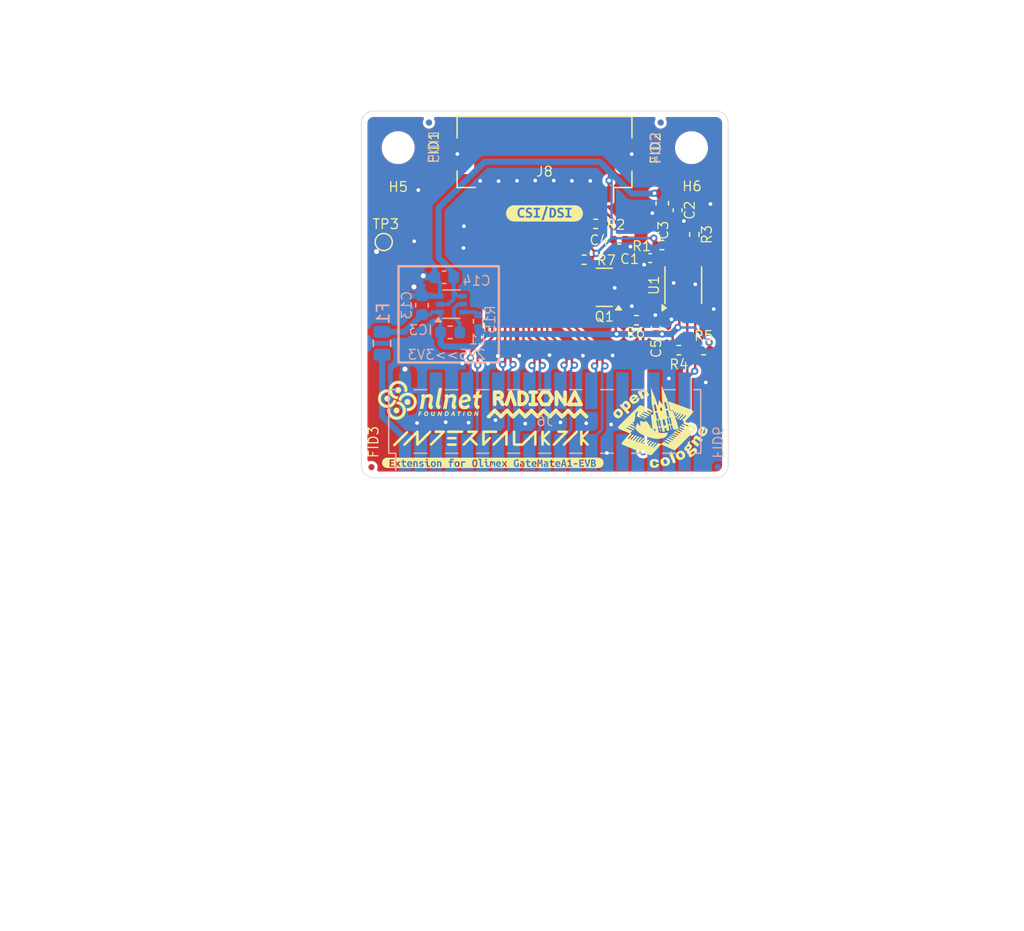
<source format=kicad_pcb>
(kicad_pcb (version 20240108) (generator "pcbnew") (generator_version "8.0")
  (title_block (title "${project_name} ${project_version}") (date "2024-12-02") (rev "${project_version}") (company "${project_creator}") (comment 1 "${project_license}"))
  (layers (0 "F.Cu" signal) (1 "In1.Cu" signal "GND1.Cu") (2 "In2.Cu" signal "GND2.Cu") (31 "B.Cu" signal) (34 "B.Paste" user) (35 "F.Paste" user) (36 "B.SilkS" user "B.Silkscreen") (37 "F.SilkS" user "F.Silkscreen") (38 "B.Mask" user) (39 "F.Mask" user) (44 "Edge.Cuts" user))
  (property "project_creator" "Intergalaktik d.o.o.")
  (property "project_license" "CERN-OHL-S v2")
  (property "project_name" "Olimex Extension camIO")
  (property "project_version" "v0.1")
  (property "project_year" "2024.")
  (net 0 "")
  (net 1 "/Main Sheet/VREF2")
  (net 2 "GND")
  (net 3 "Net-(IC3-EN)")
  (net 4 "Net-(IC3-L)")
  (net 5 "+VCC_HIGH")
  (net 6 "+Exten_V")
  (net 7 "+VCC_LOW")
  (net 8 "/Main Sheet/NB_A8_8P")
  (net 9 "/Main Sheet/NB_B8_8N")
  (net 10 "/Main Sheet/NB_A0_0P")
  (net 11 "/Main Sheet/NB_A7_7P")
  (net 12 "/Main Sheet/NB_B6_6N")
  (net 13 "/Main Sheet/NB_B7_7N")
  (net 14 "/Main Sheet/NB_A6_6P")
  (net 15 "/Main Sheet/NB_B0_0N")
  (net 16 "/Main Sheet/SCL0")
  (net 18 "/Main Sheet/CAM_GPIO")
  (net 19 "/Main Sheet/SDA0")
  (net 20 "/Main Sheet/CAM_C_P")
  (net 21 "/Main Sheet/CAM_D3_N")
  (net 22 "/Main Sheet/CAM_D2_N")
  (net 23 "/Main Sheet/CAM_D2_P")
  (net 24 "/Main Sheet/CAM_D1_N")
  (net 25 "/Main Sheet/CAM_D3_P")
  (net 26 "/Main Sheet/CAM_C_N")
  (net 27 "/Main Sheet/CAM_D1_P")
  (net 28 "/Main Sheet/CAM_D0_P")
  (net 29 "/Main Sheet/CAM_D0_N")
  (footprint "TestPoint:TestPoint_Pad_D1.0mm" (layer "F.Cu") (at 87.08 62.555)
    (property "Reference" "TP3" (at 0.17 -1.462 0) (layer "F.SilkS") (effects (font (size 0.8 0.8) (thickness 0.1))))
    (property "Value" "GND" (hide yes))
    (pad "1" smd circle (at 0 0) (size 1 1) (layers "F.Cu" "F.Mask") (net 2 "GND"))
  )
  (footprint "Fiducial:Fiducial_0.5mm_Mask1mm" (layer "F.Cu") (at 86.08 80.975)
    (property "Reference" "FID3" (at 0.16 -2.05 90) (layer "F.SilkS") (effects (font (size 0.8 0.8) (thickness 0.1))))
    (property "Value" "Fiducial_F_BL" (hide yes))
    (pad "" smd circle (at 0 0) (size 0.5 0.5) (layers "F.Cu" "F.Mask") (clearance 0.25))
  )
  (footprint "Resistor_SMD:R_0402_1005Metric" (layer "F.Cu") (at 111.22 71.405 180)
    (property "Reference" "R4" (at 0 -1.17 0) (layer "F.SilkS") (effects (font (size 0.8 0.8) (thickness 0.1))))
    (property "Value" "3k3" (hide yes))
    (pad "1" smd roundrect (at -0.51 0 180) (size 0.54 0.64) (layers "F.Cu" "F.Paste" "F.Mask") (net 8 "/Main Sheet/NB_A8_8P"))
    (pad "2" smd roundrect (at 0.51 0 180) (size 0.54 0.64) (layers "F.Cu" "F.Paste" "F.Mask") (net 7 "+VCC_LOW"))
  )
  (footprint "Cologne:open_cologne_small" (layer "F.Cu") (at 109.6 77.64)
    (property "Reference" "H3" (hide yes))
    (property "Value" "Logo OpenCologne" (hide yes))
  )
  (footprint "Capacitor_SMD:C_0402_1005Metric" (layer "F.Cu") (at 109.33 69.575 -90)
    (property "Reference" "C5" (at 1.69 -0.03 90) (layer "F.SilkS") (effects (font (size 0.8 0.8) (thickness 0.1))))
    (property "Value" "100n" (hide yes))
    (pad "1" smd roundrect (at -0.48 0 270) (size 0.56 0.62) (layers "F.Cu" "F.Paste" "F.Mask") (net 2 "GND"))
    (pad "2" smd roundrect (at 0.48 0 270) (size 0.56 0.62) (layers "F.Cu" "F.Paste" "F.Mask") (net 7 "+VCC_LOW"))
  )
  (footprint "Fiducial:Fiducial_0.5mm_Mask1mm" (layer "F.Cu") (at 90.78 52.785)
    (property "Reference" "FID1" (at 0.39 2.03 90) (layer "F.SilkS") (effects (font (size 0.8 0.8) (thickness 0.1))))
    (property "Value" "Fiducial_F_TL" (hide yes))
    (pad "" smd circle (at 0 0) (size 0.5 0.5) (layers "F.Cu" "F.Mask") (clearance 0.25))
  )
  (footprint "Fiducial:Fiducial_0.5mm_Mask1mm" (layer "F.Cu") (at 109.73 52.785)
    (property "Reference" "FID2" (at -0.42 2.09 90) (layer "F.SilkS") (effects (font (size 0.8 0.8) (thickness 0.1))))
    (property "Value" "Fiducial_F_TR" (hide yes))
    (pad "" smd circle (at 0 0) (size 0.5 0.5) (layers "F.Cu" "F.Mask") (clearance 0.25))
  )
  (footprint "MountingHole:MountingHole_2.2mm_M2" (layer "F.Cu") (at 88.26 54.835)
    (property "Reference" "H5" (at 0.01 3.21 0) (layer "F.SilkS") (effects (font (size 0.8 0.8) (thickness 0.1))))
    (property "Value" "MountingHole" (hide yes))
    (pad "" np_thru_hole circle (at 0 0) (size 2.2 2.2) (drill 2.2) (layers "*.Cu" "*.Mask"))
  )
  (footprint "Capacitor_SMD:C_0402_1005Metric" (layer "F.Cu") (at 106.34 62.365 180)
    (property "Reference" "C4" (at 1.65 -0.04 0) (layer "F.SilkS") (effects (font (size 0.8 0.8) (thickness 0.1))))
    (property "Value" "100n" (hide yes))
    (pad "1" smd roundrect (at -0.48 0 180) (size 0.56 0.62) (layers "F.Cu" "F.Paste" "F.Mask") (net 2 "GND"))
    (pad "2" smd roundrect (at 0.48 0 180) (size 0.56 0.62) (layers "F.Cu" "F.Paste" "F.Mask") (net 5 "+VCC_HIGH"))
  )
  (footprint "MountingHole:MountingHole_2.2mm_M2" (layer "F.Cu") (at 112.25 54.835)
    (property "Reference" "H6" (at 0.04 3.16 0) (layer "F.SilkS") (effects (font (size 0.8 0.8) (thickness 0.1))))
    (property "Value" "MountingHole" (hide yes))
    (pad "" np_thru_hole circle (at 0 0) (size 2.2 2.2) (drill 2.2) (layers "*.Cu" "*.Mask"))
  )
  (footprint "nlnet:nlnet" (layer "F.Cu") (at 90.86 75.505)
    (property "Reference" "H2" (hide yes))
    (property "Value" "Logo NLnet" (hide yes))
  )
  (footprint "kibuzzard-67584A5F" (layer "F.Cu") (at 100.23 60.215)
    (property "Reference" "kibuzzard-67584A5F" (hide yes))
    (property "Value" "G***" (hide yes))
  )
  (footprint "Resistor_SMD:R_0402_1005Metric" (layer "F.Cu") (at 107.75 68.955 180)
    (property "Reference" "R6" (at 0.06 -1.04 0) (layer "F.SilkS") (effects (font (size 0.8 0.8) (thickness 0.1))))
    (property "Value" "10K" (hide yes))
    (pad "1" smd roundrect (at -0.51 0 180) (size 0.54 0.64) (layers "F.Cu" "F.Paste" "F.Mask") (net 11 "/Main Sheet/NB_A7_7P"))
    (pad "2" smd roundrect (at 0.51 0 180) (size 0.54 0.64) (layers "F.Cu" "F.Paste" "F.Mask") (net 7 "+VCC_LOW"))
  )
  (footprint "Connector_FFC-FPC:Hirose_FH12-22S-0.5SH_1x22-1MP_P0.50mm_Horizontal" (layer "F.Cu") (at 100.23 56.795 180)
    (property "Reference" "J8" (at 0 0 0) (layer "F.SilkS") (effects (font (size 0.8 0.8) (thickness 0.1))))
    (property "Value" "CSI/DSI" (hide yes))
    (pad "1" smd rect (at -5.25 -1.85 180) (size 0.3 1.3) (layers "F.Cu" "F.Paste" "F.Mask") (net 5 "+VCC_HIGH"))
    (pad "2" smd rect (at -4.75 -1.85 180) (size 0.3 1.3) (layers "F.Cu" "F.Paste" "F.Mask") (net 19 "/Main Sheet/SDA0"))
    (pad "3" smd rect (at -4.25 -1.85 180) (size 0.3 1.3) (layers "F.Cu" "F.Paste" "F.Mask") (net 16 "/Main Sheet/SCL0"))
    (pad "4" smd rect (at -3.75 -1.85 180) (size 0.3 1.3) (layers "F.Cu" "F.Paste" "F.Mask") (net 2 "GND"))
    (pad "5" smd rect (at -3.25 -1.85 180) (size 0.3 1.3) (layers "F.Cu" "F.Paste" "F.Mask"))
    (pad "6" smd rect (at -2.75 -1.85 180) (size 0.3 1.3) (layers "F.Cu" "F.Paste" "F.Mask") (net 18 "/Main Sheet/CAM_GPIO"))
    (pad "7" smd rect (at -2.25 -1.85 180) (size 0.3 1.3) (layers "F.Cu" "F.Paste" "F.Mask") (net 2 "GND"))
    (pad "8" smd rect (at -1.75 -1.85 180) (size 0.3 1.3) (layers "F.Cu" "F.Paste" "F.Mask") (net 25 "/Main Sheet/CAM_D3_P"))
    (pad "9" smd rect (at -1.25 -1.85 180) (size 0.3 1.3) (layers "F.Cu" "F.Paste" "F.Mask") (net 21 "/Main Sheet/CAM_D3_N"))
    (pad "10" smd rect (at -0.75 -1.85 180) (size 0.3 1.3) (layers "F.Cu" "F.Paste" "F.Mask") (net 2 "GND"))
    (pad "11" smd rect (at -0.25 -1.85 180) (size 0.3 1.3) (layers "F.Cu" "F.Paste" "F.Mask") (net 23 "/Main Sheet/CAM_D2_P"))
    (pad "12" smd rect (at 0.25 -1.85 180) (size 0.3 1.3) (layers "F.Cu" "F.Paste" "F.Mask") (net 22 "/Main Sheet/CAM_D2_N"))
    (pad "13" smd rect (at 0.75 -1.85 180) (size 0.3 1.3) (layers "F.Cu" "F.Paste" "F.Mask") (net 2 "GND"))
    (pad "14" smd rect (at 1.25 -1.85 180) (size 0.3 1.3) (layers "F.Cu" "F.Paste" "F.Mask") (net 20 "/Main Sheet/CAM_C_P"))
    (pad "15" smd rect (at 1.75 -1.85 180) (size 0.3 1.3) (layers "F.Cu" "F.Paste" "F.Mask") (net 26 "/Main Sheet/CAM_C_N"))
    (pad "16" smd rect (at 2.25 -1.85 180) (size 0.3 1.3) (layers "F.Cu" "F.Paste" "F.Mask") (net 2 "GND"))
    (pad "17" smd rect (at 2.75 -1.85 180) (size 0.3 1.3) (layers "F.Cu" "F.Paste" "F.Mask") (net 27 "/Main Sheet/CAM_D1_P"))
    (pad "18" smd rect (at 3.25 -1.85 180) (size 0.3 1.3) (layers "F.Cu" "F.Paste" "F.Mask") (net 24 "/Main Sheet/CAM_D1_N"))
    (pad "19" smd rect (at 3.75 -1.85 180) (size 0.3 1.3) (layers "F.Cu" "F.Paste" "F.Mask") (net 2 "GND"))
    (pad "20" smd rect (at 4.25 -1.85 180) (size 0.3 1.3) (layers "F.Cu" "F.Paste" "F.Mask") (net 28 "/Main Sheet/CAM_D0_P"))
    (pad "21" smd rect (at 4.75 -1.85 180) (size 0.3 1.3) (layers "F.Cu" "F.Paste" "F.Mask") (net 29 "/Main Sheet/CAM_D0_N"))
    (pad "22" smd rect (at 5.25 -1.85 180) (size 0.3 1.3) (layers "F.Cu" "F.Paste" "F.Mask") (net 2 "GND"))
    (pad "MP" smd rect (at -7.15 1.4 180) (size 1.8 2.2) (layers "F.Cu" "F.Paste" "F.Mask") (net 2 "GND"))
    (pad "MP" smd rect (at 7.15 1.4 180) (size 1.8 2.2) (layers "F.Cu" "F.Paste" "F.Mask") (net 2 "GND"))
  )
  (footprint "Capacitor_SMD:C_0603_1608Metric" (layer "F.Cu") (at 109.86 59.38 90)
    (property "Reference" "C3" (at -2.215 0.08 90) (layer "F.SilkS") (effects (font (size 0.8 0.8) (thickness 0.1))))
    (property "Value" "1u" (hide yes))
    (pad "1" smd roundrect (at -0.775 0 90) (size 0.9 0.95) (layers "F.Cu" "F.Paste" "F.Mask") (net 2 "GND"))
    (pad "2" smd roundrect (at 0.775 0 90) (size 0.9 0.95) (layers "F.Cu" "F.Paste" "F.Mask") (net 5 "+VCC_HIGH"))
  )
  (footprint "Package_SO:SSOP-8_2.95x2.8mm_P0.65mm" (layer "F.Cu") (at 111.58 66.095 90)
    (property "Reference" "U1" (at 0 -2.4 90) (layer "F.SilkS") (effects (font (size 0.8 0.8) (thickness 0.1))))
    (property "Value" "PCA9306" (hide yes))
    (pad "1" smd rect (at -1.7 -0.975) (size 0.3 1.6) (layers "F.Cu" "F.Paste" "F.Mask") (net 2 "GND"))
    (pad "2" smd rect (at -1.7 -0.325) (size 0.3 1.6) (layers "F.Cu" "F.Paste" "F.Mask") (net 7 "+VCC_LOW"))
    (pad "3" smd rect (at -1.7 0.325) (size 0.3 1.6) (layers "F.Cu" "F.Paste" "F.Mask") (net 8 "/Main Sheet/NB_A8_8P"))
    (pad "4" smd rect (at -1.7 0.975) (size 0.3 1.6) (layers "F.Cu" "F.Paste" "F.Mask") (net 9 "/Main Sheet/NB_B8_8N"))
    (pad "5" smd rect (at 1.7 0.975) (size 0.3 1.6) (layers "F.Cu" "F.Paste" "F.Mask") (net 19 "/Main Sheet/SDA0"))
    (pad "6" smd rect (at 1.7 0.325) (size 0.3 1.6) (layers "F.Cu" "F.Paste" "F.Mask") (net 16 "/Main Sheet/SCL0"))
    (pad "7" smd rect (at 1.7 -0.325) (size 0.3 1.6) (layers "F.Cu" "F.Paste" "F.Mask") (net 1 "/Main Sheet/VREF2"))
    (pad "8" smd rect (at 1.7 -0.975) (size 0.3 1.6) (layers "F.Cu" "F.Paste" "F.Mask") (net 1 "/Main Sheet/VREF2"))
  )
  (footprint "Resistor_SMD:R_0402_1005Metric" (layer "F.Cu") (at 104.41 61.075 180)
    (property "Reference" "R2" (at -1.65 -0.07 0) (layer "F.SilkS") (effects (font (size 0.8 0.8) (thickness 0.1))))
    (property "Value" "4k7" (hide yes))
    (pad "1" smd roundrect (at -0.51 0 180) (size 0.54 0.64) (layers "F.Cu" "F.Paste" "F.Mask") (net 16 "/Main Sheet/SCL0"))
    (pad "2" smd roundrect (at 0.51 0 180) (size 0.54 0.64) (layers "F.Cu" "F.Paste" "F.Mask") (net 5 "+VCC_HIGH"))
  )
  (footprint "Package_TO_SOT_SMD:SOT-23" (layer "F.Cu") (at 105.12 66.265 180)
    (property "Reference" "Q1" (at 0 -2.4 0) (layer "F.SilkS") (effects (font (size 0.8 0.8) (thickness 0.1))))
    (property "Value" "BSS138" (hide yes))
    (pad "1" smd roundrect (at -0.9375 -0.95 180) (size 1.475 0.6) (layers "F.Cu" "F.Paste" "F.Mask") (net 7 "+VCC_LOW"))
    (pad "2" smd roundrect (at -0.9375 0.95 180) (size 1.475 0.6) (layers "F.Cu" "F.Paste" "F.Mask") (net 11 "/Main Sheet/NB_A7_7P"))
    (pad "3" smd roundrect (at 0.9375 0 180) (size 1.475 0.6) (layers "F.Cu" "F.Paste" "F.Mask") (net 18 "/Main Sheet/CAM_GPIO"))
  )
  (footprint "intergalaktik:intergalaktik" (layer "F.Cu") (at 95.890409 78.486446)
    (property "Reference" "H1" (hide yes))
    (property "Value" "Logo Intergalaktik" (hide yes))
  )
  (footprint "Resistor_SMD:R_0402_1005Metric" (layer "F.Cu") (at 109.83 62.805 180)
    (property "Reference" "R1" (at 1.65 -0.09 0) (layer "F.SilkS") (effects (font (size 0.8 0.8) (thickness 0.1))))
    (property "Value" "100K" (hide yes))
    (pad "1" smd roundrect (at -0.51 0 180) (size 0.54 0.64) (layers "F.Cu" "F.Paste" "F.Mask") (net 1 "/Main Sheet/VREF2"))
    (pad "2" smd roundrect (at 0.51 0 180) (size 0.54 0.64) (layers "F.Cu" "F.Paste" "F.Mask") (net 5 "+VCC_HIGH"))
  )
  (footprint "Resistor_SMD:R_0402_1005Metric" (layer "F.Cu") (at 103.47 64.005)
    (property "Reference" "R7" (at 1.82 0.04 0) (layer "F.SilkS") (effects (font (size 0.8 0.8) (thickness 0.1))))
    (property "Value" "10K" (hide yes))
    (pad "1" smd roundrect (at -0.51 0) (size 0.54 0.64) (layers "F.Cu" "F.Paste" "F.Mask") (net 18 "/Main Sheet/CAM_GPIO"))
    (pad "2" smd roundrect (at 0.51 0) (size 0.54 0.64) (layers "F.Cu" "F.Paste" "F.Mask") (net 5 "+VCC_HIGH"))
  )
  (footprint "radiona:radiona_small" (layer "F.Cu") (at 99.659591 74.843554)
    (property "Reference" "H4" (hide yes))
    (property "Value" "Logo Radiona" (hide yes))
  )
  (footprint "Capacitor_SMD:C_0402_1005Metric" (layer "F.Cu") (at 108.87 63.875)
    (property "Reference" "C1" (at -1.68 0.07 0) (layer "F.SilkS") (effects (font (size 0.8 0.8) (thickness 0.1))))
    (property "Value" "470p" (hide yes))
    (pad "1" smd roundrect (at -0.48 0) (size 0.56 0.62) (layers "F.Cu" "F.Paste" "F.Mask") (net 2 "GND"))
    (pad "2" smd roundrect (at 0.48 0) (size 0.56 0.62) (layers "F.Cu" "F.Paste" "F.Mask") (net 1 "/Main Sheet/VREF2"))
  )
  (footprint "Resistor_SMD:R_0402_1005Metric" (layer "F.Cu") (at 112.48 61.945 90)
    (property "Reference" "R3" (at 0 1.02 90) (layer "F.SilkS") (effects (font (size 0.8 0.8) (thickness 0.1))))
    (property "Value" "4k7" (hide yes))
    (pad "1" smd roundrect (at -0.51 0 90) (size 0.54 0.64) (layers "F.Cu" "F.Paste" "F.Mask") (net 19 "/Main Sheet/SDA0"))
    (pad "2" smd roundrect (at 0.51 0 90) (size 0.54 0.64) (layers "F.Cu" "F.Paste" "F.Mask") (net 5 "+VCC_HIGH"))
  )
  (footprint "Capacitor_SMD:C_0402_1005Metric" (layer "F.Cu") (at 111.11 59.955 90)
    (property "Reference" "C2" (at 0 0.99 90) (layer "F.SilkS") (effects (font (size 0.8 0.8) (thickness 0.1))))
    (property "Value" "100n" (hide yes))
    (pad "1" smd roundrect (at -0.48 0 90) (size 0.56 0.62) (layers "F.Cu" "F.Paste" "F.Mask") (net 2 "GND"))
    (pad "2" smd roundrect (at 0.48 0 90) (size 0.56 0.62) (layers "F.Cu" "F.Paste" "F.Mask") (net 5 "+VCC_HIGH"))
  )
  (footprint "Resistor_SMD:R_0402_1005Metric" (layer "F.Cu") (at 113.24 71.405)
    (property "Reference" "R5" (at 0 -1.17 0) (layer "F.SilkS") (effects (font (size 0.8 0.8) (thickness 0.1))))
    (property "Value" "3k3" (hide yes))
    (pad "1" smd roundrect (at -0.51 0) (size 0.54 0.64) (layers "F.Cu" "F.Paste" "F.Mask") (net 9 "/Main Sheet/NB_B8_8N"))
    (pad "2" smd roundrect (at 0.51 0) (size 0.54 0.64) (layers "F.Cu" "F.Paste" "F.Mask") (net 7 "+VCC_LOW"))
  )
  (footprint "kibuzzard-674D68C8" (layer "F.Cu") (at 96 80.625)
    (property "Reference" "kibuzzard-674D68C8" (hide yes))
    (property "Value" "G***" (hide yes))
  )
  (footprint "Fiducial:Fiducial_0.5mm_Mask1mm" (layer "B.Cu") (at 109.73 52.785 180)
    (property "Reference" "FID4" (at 0.4 -2.09 90) (layer "B.SilkS") (effects (font (size 0.8 0.8) (thickness 0.1)) (justify mirror)))
    (property "Value" "Fiducial_B_TL" (hide yes))
    (pad "" smd circle (at 0 0 180) (size 0.5 0.5) (layers "B.Cu" "B.Mask") (clearance 0.25))
  )
  (footprint "Inductor_SMD:L_0603_1608Metric" (layer "B.Cu") (at 92.51 69.951666 180)
    (property "Reference" "L1" (at -2.215 -0.58 0) (layer "B.SilkS") (effects (font (size 0.8 0.8) (thickness 0.1)) (justify mirror)))
    (property "Value" "4.7uH" (hide yes))
    (pad "1" smd roundrect (at -0.7875 0 180) (size 0.875 0.95) (layers "B.Cu" "B.Paste" "B.Mask") (net 4 "Net-(IC3-L)"))
    (pad "2" smd roundrect (at 0.7875 0 180) (size 0.875 0.95) (layers "B.Cu" "B.Paste" "B.Mask") (net 7 "+VCC_LOW"))
  )
  (footprint "Package_TO_SOT_SMD:SOT-363_SC-70-6" (layer "B.Cu") (at 92.62 67.641666)
    (property "Reference" "IC3" (at -2.515 2.12 0) (layer "B.SilkS") (effects (font (size 0.8 0.8) (thickness 0.1)) (justify mirror)))
    (property "Value" "TLV61225DC" (hide yes))
    (pad "1" smd roundrect (at -0.95 0.65) (size 0.65 0.4) (layers "B.Cu" "B.Paste" "B.Mask") (net 7 "+VCC_LOW"))
    (pad "2" smd roundrect (at -0.95 0) (size 0.65 0.4) (layers "B.Cu" "B.Paste" "B.Mask") (net 5 "+VCC_HIGH"))
    (pad "3" smd roundrect (at -0.95 -0.65) (size 0.65 0.4) (layers "B.Cu" "B.Paste" "B.Mask") (net 2 "GND"))
    (pad "4" smd roundrect (at 0.95 -0.65) (size 0.65 0.4) (layers "B.Cu" "B.Paste" "B.Mask") (net 5 "+VCC_HIGH"))
    (pad "5" smd roundrect (at 0.95 0) (size 0.65 0.4) (layers "B.Cu" "B.Paste" "B.Mask") (net 4 "Net-(IC3-L)"))
    (pad "6" smd roundrect (at 0.95 0.65) (size 0.65 0.4) (layers "B.Cu" "B.Paste" "B.Mask") (net 3 "Net-(IC3-EN)"))
  )
  (footprint "Connector_PinSocket_2.54mm:PinSocket_2x10_P2.54mm_Vertical_SMD" (layer "B.Cu") (at 100.25 77.24 -90)
    (property "Reference" "J6" (at -0.025 0 180) (layer "B.SilkS") (effects (font (size 0.8 0.8) (thickness 0.1)) (justify mirror)))
    (property "Value" "MISC" (hide yes))
    (pad "1" smd rect (at 2.52 11.43 270) (size 3 1) (layers "B.Cu" "B.Paste" "B.Mask") (net 6 "+Exten_V"))
    (pad "2" smd rect (at -2.52 11.43 270) (size 3 1) (layers "B.Cu" "B.Paste" "B.Mask") (net 2 "GND"))
    (pad "3" smd rect (at 2.52 8.89 270) (size 3 1) (layers "B.Cu" "B.Paste" "B.Mask") (net 10 "/Main Sheet/NB_A0_0P"))
    (pad "4" smd rect (at -2.52 8.89 270) (size 3 1) (layers "B.Cu" "B.Paste" "B.Mask") (net 15 "/Main Sheet/NB_B0_0N"))
    (pad "5" smd rect (at 2.52 6.35 270) (size 3 1) (layers "B.Cu" "B.Paste" "B.Mask") (net 28 "/Main Sheet/CAM_D0_P"))
    (pad "6" smd rect (at -2.52 6.35 270) (size 3 1) (layers "B.Cu" "B.Paste" "B.Mask") (net 29 "/Main Sheet/CAM_D0_N"))
    (pad "7" smd rect (at 2.52 3.81 270) (size 3 1) (layers "B.Cu" "B.Paste" "B.Mask") (net 27 "/Main Sheet/CAM_D1_P"))
    (pad "8" smd rect (at -2.52 3.81 270) (size 3 1) (layers "B.Cu" "B.Paste" "B.Mask") (net 24 "/Main Sheet/CAM_D1_N"))
    (pad "9" smd rect (at 2.52 1.27 270) (size 3 1) (layers "B.Cu" "B.Paste" "B.Mask") (net 20 "/Main Sheet/CAM_C_P"))
    (pad "10" smd rect (at -2.52 1.27 270) (size 3 1) (layers "B.Cu" "B.Paste" "B.Mask") (net 26 "/Main Sheet/CAM_C_N"))
    (pad "11" smd rect (at 2.52 -1.27 270) (size 3 1) (layers "B.Cu" "B.Paste" "B.Mask") (net 23 "/Main Sheet/CAM_D2_P"))
    (pad "12" smd rect (at -2.52 -1.27 270) (size 3 1) (layers "B.Cu" "B.Paste" "B.Mask") (net 22 "/Main Sheet/CAM_D2_N"))
    (pad "13" smd rect (at 2.52 -3.81 270) (size 3 1) (layers "B.Cu" "B.Paste" "B.Mask") (net 25 "/Main Sheet/CAM_D3_P"))
    (pad "14" smd rect (at -2.52 -3.81 270) (size 3 1) (layers "B.Cu" "B.Paste" "B.Mask") (net 21 "/Main Sheet/CAM_D3_N"))
    (pad "15" smd rect (at 2.52 -6.35 270) (size 3 1) (layers "B.Cu" "B.Paste" "B.Mask") (net 14 "/Main Sheet/NB_A6_6P"))
    (pad "16" smd rect (at -2.52 -6.35 270) (size 3 1) (layers "B.Cu" "B.Paste" "B.Mask") (net 12 "/Main Sheet/NB_B6_6N"))
    (pad "17" smd rect (at 2.52 -8.89 270) (size 3 1) (layers "B.Cu" "B.Paste" "B.Mask") (net 11 "/Main Sheet/NB_A7_7P"))
    (pad "18" smd rect (at -2.52 -8.89 270) (size 3 1) (layers "B.Cu" "B.Paste" "B.Mask") (net 13 "/Main Sheet/NB_B7_7N"))
    (pad "19" smd rect (at 2.52 -11.43 270) (size 3 1) (layers "B.Cu" "B.Paste" "B.Mask") (net 8 "/Main Sheet/NB_A8_8P"))
    (pad "20" smd rect (at -2.52 -11.43 270) (size 3 1) (layers "B.Cu" "B.Paste" "B.Mask") (net 9 "/Main Sheet/NB_B8_8N"))
  )
  (footprint "Fiducial:Fiducial_0.5mm_Mask1mm" (layer "B.Cu") (at 114.39 80.975 180)
    (property "Reference" "FID6" (at 0.03 2.02 -90) (layer "B.SilkS") (effects (font (size 0.8 0.8) (thickness 0.1)) (justify mirror)))
    (property "Value" "Fiducial_B_BL" (hide yes))
    (pad "" smd circle (at 0 0 180) (size 0.5 0.5) (layers "B.Cu" "B.Mask") (clearance 0.25))
  )
  (footprint "Fuse:Fuse_0805_2012Metric" (layer "B.Cu") (at 86.94 70.8425 90)
    (property "Reference" "F1" (at 2.4375 0.1 90) (layer "B.SilkS") (effects (justify mirror)))
    (property "Value" "0805L050WR" (hide yes))
    (pad "1" smd roundrect (at -0.9375 0 90) (size 0.975 1.4) (layers "B.Cu" "B.Paste" "B.Mask") (net 6 "+Exten_V"))
    (pad "2" smd roundrect (at 0.9375 0 90) (size 0.975 1.4) (layers "B.Cu" "B.Paste" "B.Mask") (net 7 "+VCC_LOW"))
  )
  (footprint "Fiducial:Fiducial_0.5mm_Mask1mm" (layer "B.Cu") (at 90.78 52.785 180)
    (property "Reference" "FID5" (at -0.42 -1.99 90) (layer "B.SilkS") (effects (font (size 0.8 0.8) (thickness 0.1)) (justify mirror)))
    (property "Value" "Fiducial_B_TR" (hide yes))
    (pad "" smd circle (at 0 0 180) (size 0.5 0.5) (layers "B.Cu" "B.Mask") (clearance 0.25))
  )
  (footprint "Capacitor_SMD:C_0603_1608Metric" (layer "B.Cu") (at 92.03 65.441666 180)
    (property "Reference" "C14" (at -2.645 -0.28 0) (layer "B.SilkS") (effects (font (size 0.8 0.8) (thickness 0.1)) (justify mirror)))
    (property "Value" "10uF" (hide yes))
    (pad "1" smd roundrect (at -0.775 0 180) (size 0.9 0.95) (layers "B.Cu" "B.Paste" "B.Mask") (net 5 "+VCC_HIGH"))
    (pad "2" smd roundrect (at 0.775 0 180) (size 0.9 0.95) (layers "B.Cu" "B.Paste" "B.Mask") (net 2 "GND"))
  )
  (footprint "Resistor_SMD:R_0402_1005Metric" (layer "B.Cu") (at 94.8 69.041666 90)
    (property "Reference" "R15" (at 0.15 0.995 90) (layer "B.SilkS") (effects (font (size 0.8 0.8) (thickness 0.1)) (justify mirror)))
    (property "Value" "10K" (hide yes))
    (pad "1" smd roundrect (at -0.51 0 90) (size 0.54 0.64) (layers "B.Cu" "B.Paste" "B.Mask") (net 7 "+VCC_LOW"))
    (pad "2" smd roundrect (at 0.51 0 90) (size 0.54 0.64) (layers "B.Cu" "B.Paste" "B.Mask") (net 3 "Net-(IC3-EN)"))
  )
  (footprint "Capacitor_SMD:C_0603_1608Metric" (layer "B.Cu") (at 90.21 67.726666 90)
    (property "Reference" "C13" (at 0.005 -1.255 90) (layer "B.SilkS") (effects (font (size 0.8 0.8) (thickness 0.1)) (justify mirror)))
    (property "Value" "10uF" (hide yes))
    (pad "1" smd roundrect (at -0.775 0 90) (size 0.9 0.95) (layers "B.Cu" "B.Paste" "B.Mask") (net 7 "+VCC_LOW"))
    (pad "2" smd roundrect (at 0.775 0 90) (size 0.9 0.95) (layers "B.Cu" "B.Paste" "B.Mask") (net 2 "GND"))
  )
  (gr_rect (start 88.29 64.538334) (end 96.492718 72.411666) (stroke (width 0.2)) (fill none) (layer "B.SilkS"))
  (gr_arc (start 86.25 81.835) (mid 85.542893 81.542107) (end 85.25 80.835) (stroke (width 0.05)) (layer "Edge.Cuts"))
  (gr_arc (start 115.25 80.835) (mid 114.957107 81.542107) (end 114.25 81.835) (stroke (width 0.05)) (layer "Edge.Cuts"))
  (gr_line (start 86.25 51.835) (end 114.25 51.835) (stroke (width 0.05)) (layer "Edge.Cuts"))
  (gr_line (start 85.25 80.835) (end 85.25 52.835) (stroke (width 0.05)) (layer "Edge.Cuts"))
  (gr_arc (start 114.25 51.835) (mid 114.957107 52.127893) (end 115.25 52.835) (stroke (width 0.05)) (layer "Edge.Cuts"))
  (gr_line (start 115.25 52.835) (end 115.25 80.835) (stroke (width 0.05)) (layer "Edge.Cuts"))
  (gr_arc (start 85.25 52.835) (mid 85.542893 52.127893) (end 86.25 51.835) (stroke (width 0.05)) (layer "Edge.Cuts"))
  (gr_line (start 114.25 81.835) (end 86.25 81.835) (stroke (width 0.05)) (layer "Edge.Cuts"))
  (gr_text "2V5>>3V3" (at 95.4975 72.241666 0) (layer "B.SilkS") (effects (font (size 0.8 0.8) (thickness 0.1)) (justify left bottom mirror)))
  (segment (start 110.34 62.885) (end 110.34 62.805) (width 0.2) (layer "F.Cu") (net 1))
  (segment (start 110.605 64.395) (end 110.605 63.07) (width 0.2) (layer "F.Cu") (net 1))
  (segment (start 111.255 64.395) (end 111.255 63.18) (width 0.2) (layer "F.Cu") (net 1))
  (segment (start 110.605 63.07) (end 110.34 62.805) (width 0.2) (layer "F.Cu") (net 1))
  (segment (start 111.255 63.18) (end 110.88 62.805) (width 0.2) (layer "F.Cu") (net 1))
  (segment (start 109.35 63.875) (end 110.34 62.885) (width 0.2) (layer "F.Cu") (net 1))
  (segment (start 110.88 62.805) (end 110.34 62.805) (width 0.2) (layer "F.Cu") (net 1))
  (segment (start 99.48 58.645) (end 99.48 57.535) (width 0.2) (layer "F.Cu") (net 2))
  (segment (start 86.49 63.335) (end 86.89 62.935) (width 0.5) (layer "F.Cu") (net 2))
  (segment (start 94.98 57.565) (end 94.97 57.555) (width 0.2) (layer "F.Cu") (net 2))
  (segment (start 86.89 62.935) (end 86.89 62.555) (width 0.5) (layer "F.Cu") (net 2))
  (segment (start 103.98 57.565) (end 103.97 57.555) (width 0.2) (layer "F.Cu") (net 2))
  (segment (start 110.605 68.88) (end 110.61 68.885) (width 0.2) (layer "F.Cu") (net 2))
  (segment (start 97.98 58.645) (end 97.98 57.545) (width 0.2) (layer "F.Cu") (net 2))
  (segment (start 100.98 58.645) (end 100.98 57.535) (width 0.2) (layer "F.Cu") (net 2))
  (segment (start 106.82 62.365) (end 107.26 62.805) (width 0.2) (layer "F.Cu") (net 2))
  (segment (start 111.11 60.435) (end 111.23 60.435) (width 0.2) (layer "F.Cu") (net 2))
  (segment (start 107.26 62.805) (end 107.26 62.935) (width 0.2) (layer "F.Cu") (net 2))
  (segment (start 103.98 58.645) (end 103.98 57.565) (width 0.2) (layer "F.Cu") (net 2))
  (segment (start 109.33 69.095) (end 109.33 68.575) (width 0.2) (layer "F.Cu") (net 2))
  (segment (start 110.605 67.795) (end 110.605 68.88) (width 0.2) (layer "F.Cu") (net 2))
  (segment (start 99.48 57.535) (end 99.47 57.525) (width 0.2) (layer "F.Cu") (net 2))
  (segment (start 102.48 58.645) (end 102.48 57.565) (width 0.2) (layer "F.Cu") (net 2))
  (segment (start 100.98 57.535) (end 100.99 57.525) (width 0.2) (layer "F.Cu") (net 2))
  (segment (start 109.09 60.155) (end 109.05 60.195) (width 0.2) (layer "F.Cu") (net 2))
  (segment (start 108.39 64.405) (end 108.38 64.415) (width 0.2) (layer "F.Cu") (net 2))
  (segment (start 109.33 68.575) (end 109.29 68.535) (width 0.2) (layer "F.Cu") (net 2))
  (segment (start 102.48 57.565) (end 102.47 57.555) (width 0.2) (layer "F.Cu") (net 2))
  (segment (start 111.23 60.435) (end 111.63 60.835) (width 0.2) (layer "F.Cu") (net 2))
  (segment (start 96.48 57.585) (end 96.47 57.575) (width 0.2) (layer "F.Cu") (net 2))
  (segment (start 94.98 58.645) (end 94.98 57.565) (width 0.2) (layer "F.Cu") (net 2))
  (segment (start 108.39 63.875) (end 108.39 64.405) (width 0.2) (layer "F.Cu") (net 2))
  (segment (start 96.48 58.645) (end 96.48 57.585) (width 0.2) (layer "F.Cu") (net 2))
  (segment (start 109.86 60.155) (end 109.09 60.155) (width 0.2) (layer "F.Cu") (net 2))
  (via (at 98.65 77.415) (size 0.6) (drill 0.3) (layers "F.Cu" "B.Cu") (net 2))
  (via (at 93.6 63.045) (size 0.6) (drill 0.3) (layers "F.Cu" "B.Cu") (net 2))
  (via (at 109.05 60.195) (size 0.6) (drill 0.3) (layers "F.Cu" "B.Cu") (net 2))
  (via (at 103.97 57.555) (size 0.6) (drill 0.3) (layers "F.Cu" "B.Cu") (net 2))
  (via (at 100.99 57.525) (size 0.6) (drill 0.3) (layers "F.Cu" "B.Cu") (net 2))
  (via (at 100.64 71.815) (size 0.6) (drill 0.3) (layers "F.Cu" "B.Cu") (net 2))
  (via (at 107.37 67.805) (size 0.6) (drill 0.3) (layers "F.Cu" "B.Cu") (net 2))
  (via (at 103.64 77.385) (size 0.6) (drill 0.3) (layers "F.Cu" "B.Cu") (net 2))
  (via (at 105.33 79.815) (size 0.6) (drill 0.3) (layers "F.Cu" "B.Cu") (net 2))
  (via (at 94.02 77.335) (size 0.6) (drill 0.3) (layers "F.Cu" "B.Cu") (net 2))
  (via (at 95.6 72.515) (size 0.6) (drill 0.3) (layers "F.Cu" "B.Cu") (net 2))
  (via (at 99.47 57.525) (size 0.6) (drill 0.3) (layers "F.Cu" "B.Cu") (net 2))
  (via (at 93.64 61.265) (size 0.6) (drill 0.3) (layers "F.Cu" "B.Cu") (net 2))
  (via (at 102.47 57.555) (size 0.6) (drill 0.3) (layers "F.Cu" "B.Cu") (net 2))
  (via (at 114.07 68.045) (size 0.6) (drill 0.3) (layers "F.Cu" "B.Cu") (net 2))
  (via (at 110.79 65.905) (size 0.6) (drill 0.3) (layers "F.Cu" "B.Cu") (net 2))
  (via (at 98.16 71.855) (size 0.6) (drill 0.3) (layers "F.Cu" "B.Cu") (net 2))
  (via (at 109.29 68.535) (size 0.6) (drill 0.3) (layers "F.Cu" "B.Cu") (net 2))
  (via (at 101.53 77.315) (size 0.6) (drill 0.3) (layers "F.Cu" "B.Cu") (net 2))
  (via (at 113.42 74.045) (size 0.6) (drill 0.3) (layers "F.Cu" "B.Cu") (net 2))
  (via (at 88.82 72.96) (size 0.8) (drill 0.4) (layers "F.Cu" "B.Cu") (net 2))
  (via (at 93.51 72.495) (size 0.6) (drill 0.3) (layers "F.Cu" "B.Cu") (net 2))
  (via (at 96.47 57.575) (size 0.6) (drill 0.3) (layers "F.Cu" "B.Cu") (net 2))
  (via (at 113.8 59.445) (size 0.6) (drill 0.3) (layers "F.Cu" "B.Cu") (net 2))
  (via (at 94.97 57.555) (size 0.6) (drill 0.3) (layers "F.Cu" "B.Cu") (net 2))
  (via (at 111.63 60.835) (size 0.6) (drill 0.3) (layers "F.Cu" "B.Cu") (net 2))
  (via (at 92.15 77.295) (size 0.6) (drill 0.3) (layers "F.Cu" "B.Cu") (net 2))
  (via (at 89.555 66.231666) (size 0.8) (drill 0.4) (layers "F.Cu" "B.Cu") (net 2))
  (via (at 108.38 64.415) (size 0.6) (drill 0.3) (layers "F.Cu" "B.Cu") (net 2))
  (via (at 90.315 65.321666) (size 0.8) (drill 0.4) (layers "F.Cu" "B.Cu") (net 2))
  (via (at 89.57 62.495) (size 0.6) (drill 0.3) (layers "F.Cu" "B.Cu") (net 2))
  (via (at 89.8 77.365) (size 0.6) (drill 0.3) (layers "F.Cu" "B.Cu") (net 2))
  (via (at 105.68 77.485) (size 0.6) (drill 0.3) (layers "F.Cu" "B.Cu") (net 2))
  (via (at 89.91 58.305) (size 0.6) (drill 0.3) (layers "F.Cu" "B.Cu") (net 2))
  (via (at 96.22 77.125) (size 0.6) (drill 0.3) (layers "F.Cu" "B.Cu") (net 2))
  (via (at 107.26 62.935) (size 0.6) (drill 0.3) (layers "F.Cu" "B.Cu") (net 2))
  (via (at 97.98 57.545) (size 0.6) (drill 0.3) (layers "F.Cu" "B.Cu") (net 2))
  (via (at 105.97 66.305) (size 0.6) (drill 0.3) (layers "F.Cu" "B.Cu") (net 2))
  (via (at 96.4 71.885) (size 0.6) (drill 0.3) (layers "F.Cu" "B.Cu") (net 2))
  (via (at 110.4 73.725) (size 0.6) (drill 0.3) (layers "F.Cu" "B.Cu") (net 2))
  (via (at 110.61 68.885) (size 0.6) (drill 0.3) (layers "F.Cu" "B.Cu") (net 2))
  (via (at 93.1 55.355) (size 0.6) (drill 0.3) (layers "F.Cu" "B.Cu") (net 2))
  (via (at 105.8 71.835) (size 0.6) (drill 0.3) (layers "F.Cu" "B.Cu") (net 2))
  (via (at 86.49 63.335) (size 0.8) (drill 0.4) (layers "F.Cu" "B.Cu") (net 2))
  (via (at 112.56 66.015) (size 0.6) (drill 0.3) (layers "F.Cu" "B.Cu") (net 2))
  (via (at 107.36 55.365) (size 0.6) (drill 0.3) (layers "F.Cu" "B.Cu") (net 2))
  (via (at 103.37 71.855) (size 0.6) (drill 0.3) (layers "F.Cu" "B.Cu") (net 2))
  (segment (start 91.67 65.856666) (end 91.255 65.441666) (width 0.3) (layer "B.Cu") (net 2))
  (segment (start 91.255 65.441666) (end 90.435 65.441666) (width 0.3) (layer "B.Cu") (net 2))
  (segment (start 91.63 66.951666) (end 91.67 66.991666) (width 0.3) (layer "B.Cu") (net 2))
  (segment (start 90.21 66.886666) (end 89.555 66.231666) (width 0.3) (layer "B.Cu") (net 2))
  (segment (start 90.435 65.441666) (end 90.315 65.321666) (width 0.3) (layer "B.Cu") (net 2))
  (segment (start 90.21 66.951666) (end 91.63 66.951666) (width 0.3) (layer "B.Cu") (net 2))
  (segment (start 91.67 66.991666) (end 91.67 65.856666) (width 0.3) (layer "B.Cu") (net 2))
  (segment (start 90.21 66.951666) (end 90.21 66.886666) (width 0.3) (layer "B.Cu") (net 2))
  (segment (start 88.82 72.96) (end 88.82 74.72) (width 0.5) (layer "B.Cu") (net 2))
  (segment (start 93.57 68.291666) (end 94.56 68.291666) (width 0.3) (layer "B.Cu") (net 3))
  (segment (start 94.56 68.291666) (end 94.8 68.531666) (width 0.3) (layer "B.Cu") (net 3))
  (segment (start 93.2975 69.184166) (end 93.2975 69.951666) (width 0.3) (layer "B.Cu") (net 4))
  (segment (start 93.57 67.641666) (end 93.165 67.641666) (width 0.3) (layer "B.Cu") (net 4))
  (segment (start 92.815 68.701666) (end 93.2975 69.184166) (width 0.3) (layer "B.Cu") (net 4))
  (segment (start 92.825 67.981666) (end 92.825 68.691666) (width 0.3) (layer "B.Cu") (net 4))
  (segment (start 93.165 67.641666) (end 92.825 67.981666) (width 0.3) (layer "B.Cu") (net 4))
  (segment (start 92.825 68.691666) (end 92.815 68.701666) (width 0.3) (layer "B.Cu") (net 4))
  (segment (start 105.48 57.555) (end 105.51 57.525) (width 0.2) (layer "F.Cu") (net 5))
  (segment (start 109.82 58.565) (end 109.86 58.605) (width 0.5) (layer "F.Cu") (net 5))
  (segment (start 111.11 59.345) (end 110.37 58.605) (width 0.2) (layer "F.Cu") (net 5))
  (segment (start 109.22 58.565) (end 109.82 58.565) (width 0.5) (layer "F.Cu") (net 5))
  (segment (start 104.47 63.515) (end 104.47 63.485) (width 0.2) (layer "F.Cu") (net 5))
  (segment (start 103.98 64.005) (end 104.47 63.515) (width 0.2) (layer "F.Cu") (net 5))
  (segment (start 105.48 58.645) (end 105.48 57.555) (width 0.2) (layer "F.Cu") (net 5))
  (segment (start 105.59 62.365) (end 104.47 63.485) (width 0.2) (layer "F.Cu") (net 5))
  (segment (start 105.86 62.365) (end 105.59 62.365) (width 0.2) (layer "F.Cu") (net 5))
  (segment (start 109.32 62.395) (end 109.17 62.245) (width 0.2) (layer "F.Cu") (net 5))
  (segment (start 112.48 61.435) (end 112.48 59.145) (width 0.2) (layer "F.Cu") (net 5))
  (segment (start 109.32 62.805) (end 109.32 62.395) (width 0.2) (layer "F.Cu") (net 5))
  (segment (start 111.9 58.565) (end 109.22 58.565) (width 0.2) (layer "F.Cu") (net 5))
  (segment (start 111.11 59.475) (end 111.11 59.345) (width 0.2) (layer "F.Cu") (net 5))
  (segment (start 103.9 61.075) (end 103.9 62.915) (width 0.2) (layer "F.Cu") (net 5))
  (segment (start 110.37 58.605) (end 109.86 58.605) (width 0.2) (layer "F.Cu") (net 5))
  (segment (start 103.9 62.915) (end 104.47 63.485) (width 0.2) (layer "F.Cu") (net 5))
  (segment (start 112.48 59.145) (end 111.9 58.565) (width 0.2) (layer "F.Cu") (net 5))
  (via (at 109.22 58.565) (size 0.6) (drill 0.3) (layers "F.Cu" "B.Cu") (net 5))
  (via (at 109.17 62.245) (size 0.6) (drill 0.3) (layers "F.Cu" "B.Cu") (net 5))
  (via (at 105.51 57.525) (size 0.6) (drill 0.3) (layers "F.Cu" "B.Cu") (net 5))
  (via (at 104.47 63.485) (size 0.6) (drill 0.3) (layers "F.Cu" "B.Cu") (net 5))
  (segment (start 92.805 67.231666) (end 92.805 66.651666) (width 0.3) (layer "B.Cu") (net 5))
  (segment (start 104.75 55.995) (end 105.57 56.815) (width 0.5) (layer "B.Cu") (net 5))
  (segment (start 105.075 62.88) (end 105.71 62.245) (width 0.2) (layer "B.Cu") (net 5))
  (segment (start 105.57 56.815) (end 107.35 58.595) (width 0.5) (layer "B.Cu") (net 5))
  (segment (start 105.51 56.875) (end 105.57 56.815) (width 0.2) (layer "B.Cu") (net 5))
  (segment (start 92.805 66.651666) (end 93.145 66.991666) (width 0.3) (layer "B.Cu") (net 5))
  (segment (start 109.19 58.595) (end 109.22 58.565) (width 0.5) (layer "B.Cu") (net 5))
  (segment (start 105.71 57.725) (end 105.51 57.525) (width 0.2) (layer "B.Cu") (net 5))
  (segment (start 91.57 59.755) (end 95.33 55.995) (width 0.5) (layer "B.Cu") (net 5))
  (segment (start 108.4 58.595) (end 109.19 58.595) (width 0.5) (layer "B.Cu") (net 5))
  (segment (start 93.145 66.991666) (end 93.57 66.991666) (width 0.3) (layer "B.Cu") (net 5))
  (segment (start 92.805 65.08) (end 91.57 63.845) (width 0.5) (layer "B.Cu") (net 5))
  (segment (start 92.805 65.441666) (end 92.805 66.651666) (width 0.3) (layer "B.Cu") (net 5))
  (segment (start 105.71 62.245) (end 105.71 57.725) (width 0.2) (layer "B.Cu") (net 5))
  (segment (start 95.33 55.995) (end 104.75 55.995) (width 0.5) (layer "B.Cu") (net 5))
  (segment (start 92.395 67.641666) (end 92.805 67.231666) (width 0.3) (layer "B.Cu") (net 5))
  (segment (start 105.51 62.445) (end 105.71 62.245) (width 0.2) (layer "B.Cu") (net 5))
  (segment (start 105.075 62.88) (end 105.51 62.445) (width 0.2) (layer "B.Cu") (net 5))
  (segment (start 91.57 63.845) (end 91.57 59.755) (width 0.5) (layer "B.Cu") (net 5))
  (segment (start 105.71 62.245) (end 109.17 62.245) (width 0.2) (layer "B.Cu") (net 5))
  (segment (start 91.67 67.641666) (end 92.395 67.641666) (width 0.3) (layer "B.Cu") (net 5))
  (segment (start 104.47 63.485) (end 105.51 62.445) (width 0.2) (layer "B.Cu") (net 5))
  (segment (start 92.805 65.441666) (end 92.805 65.08) (width 0.5) (layer "B.Cu") (net 5))
  (segment (start 105.51 57.525) (end 105.51 56.875) (width 0.2) (layer "B.Cu") (net 5))
  (segment (start 107.35 58.595) (end 108.4 58.595) (width 0.5) (layer "B.Cu") (net 5))
  (segment (start 86.94 76.775) (end 86.94 71.78) (width 0.5) (layer "B.Cu") (net 6))
  (segment (start 88.82 79.76) (end 88.82 78.655) (width 0.5) (layer "B.Cu") (net 6))
  (segment (start 88.82 78.655) (end 86.94 76.775) (width 0.5) (layer "B.Cu") (net 6))
  (segment (start 110.71 71.405) (end 110.71 69.975) (width 0.2) (layer "F.Cu") (net 7))
  (segment (start 113.75 71.405) (end 113.75 70.825) (width 0.2) (layer "F.Cu") (net 7))
  (segment (start 110.71 69.975) (end 111.133334 69.551666) (width 0.2) (layer "F.Cu") (net 7))
  (segment (start 109.81 70.055) (end 109.84 70.085) (width 0.2) (layer "F.Cu") (net 7))
  (segment (start 109.33 70.055) (end 109.81 70.055) (width 0.2) (layer "F.Cu") (net 7))
  (segment (start 107.24 68.955) (end 107.24 70.055) (width 0.2) (layer "F.Cu") (net 7))
  (segment (start 113.75 70.825) (end 113.69 70.765) (width 0.2) (layer "F.Cu") (net 7))
  (segment (start 106.0575 70.0125) (end 106.13 70.085) (width 0.2) (layer "F.Cu") (net 7))
  (segment (start 111.255 69.43) (end 111.133334 69.551666) (width 0.2) (layer "F.Cu") (net 7))
  (segment (start 106.0575 67.215) (end 106.0575 70.0125) (width 0.2) (layer "F.Cu") (net 7))
  (segment (start 111.255 67.795) (end 111.255 69.43) (width 0.2) (layer "F.Cu") (net 7))
  (segment (start 107.24 70.055) (end 107.27 70.085) (width 0.2) (layer "F.Cu") (net 7))
  (via (at 106.13 70.085) (size 0.6) (drill 0.3) (layers "F.Cu" "B.Cu") (net 7))
  (via (at 107.27 70.085) (size 0.6) (drill 0.3) (layers "F.Cu" "B.Cu") (net 7))
  (via (at 111.133334 69.551666) (size 0.6) (drill 0.3) (layers "F.Cu" "B.Cu") (net 7))
  (via (at 113.69 70.765) (size 0.6) (drill 0.3) (layers "F.Cu" "B.Cu") (net 7))
  (via (at 109.84 70.085) (size 0.6) (drill 0.3) (layers "F.Cu" "B.Cu") (net 7))
  (segment (start 113.69 70.765) (end 112.476666 69.551666) (width 0.2) (layer "B.Cu") (net 7))
  (segment (start 91.7225 69.951666) (end 91.7225 68.344166) (width 0.3) (layer "B.Cu") (net 7))
  (segment (start 94.8 69.551666) (end 94.8 70.686666) (width 0.5) (layer "B.Cu") (net 7))
  (segment (start 94.8 70.686666) (end 94.375 71.111666) (width 0.5) (layer "B.Cu") (net 7))
  (segment (start 94.8 69.551666) (end 95.333334 70.085) (width 0.5) (layer "B.Cu") (net 7))
  (segment (start 91.065 68.291666) (end 91.67 68.291666) (width 0.3) (layer "B.Cu") (net 7))
  (segment (start 91.7225 68.344166) (end 91.67 68.291666) (width 0.3) (layer "B.Cu") (net 7))
  (segment (start 106.13 70.085) (end 107.27 70.085) (width 0.5) (layer "B.Cu") (net 7))
  (segment (start 94.375 71.111666) (end 91.985 71.111666) (width 0.5) (layer "B.Cu") (net 7))
  (segment (start 95.333334 70.085) (end 106.13 70.085) (width 0.5) (layer "B.Cu") (net 7))
  (segment (start 112.476666 69.551666) (end 111.133334 69.551666) (width 0.2) (layer "B.Cu") (net 7))
  (segment (start 88.806666 69.905) (end 90.21 68.501666) (width 0.5) (layer "B.Cu") (net 7))
  (segment (start 110.6 70.085) (end 111.133334 69.551666) (width 0.5) (layer "B.Cu") (net 7))
  (segment (start 107.27 70.085) (end 109.84 70.085) (width 0.5) (layer "B.Cu") (net 7))
  (segment (start 86.94 69.905) (end 88.806666 69.905) (width 0.5) (layer "B.Cu") (net 7))
  (segment (start 90.21 68.501666) (end 90.855 68.501666) (width 0.3) (layer "B.Cu") (net 7))
  (segment (start 91.985 71.111666) (end 91.7225 70.849166) (width 0.5) (layer "B.Cu") (net 7))
  (segment (start 109.84 70.085) (end 110.6 70.085) (width 0.5) (layer "B.Cu") (net 7))
  (segment (start 91.7225 70.849166) (end 91.7225 69.951666) (width 0.5) (layer "B.Cu") (net 7))
  (segment (start 90.855 68.501666) (end 91.065 68.291666) (width 0.3) (layer "B.Cu") (net 7))
  (segment (start 111.133334 69.551666) (end 111.15 69.535) (width 0.5) (layer "B.Cu") (net 7))
  (segment (start 112.18 77.865) (end 111.905 77.59) (width 0.2) (layer "F.Cu") (net 8))
  (segment (start 111.73 71.405) (end 111.815 71.405) (width 0.2) (layer "F.Cu") (net 8))
  (segment (start 111.905 71.315) (end 111.905 67.795) (width 0.2) (layer "F.Cu") (net 8))
  (segment (start 111.815 71.405) (end 111.905 71.315) (width 0.2) (layer "F.Cu") (net 8))
  (segment (start 111.905 77.59) (end 111.905 71.315) (width 0.2) (layer "F.Cu") (net 8))
  (via (at 112.18 77.865) (size 0.6) (drill 0.3) (layers "F.Cu" "B.Cu") (net 8))
  (segment (start 112.18 78.025) (end 111.68 78.525) (width 0.2) (layer "B.Cu") (net 8))
  (segment (start 111.68 78.525) (end 111.68 79.76) (width 0.2) (layer "B.Cu") (net 8))
  (segment (start 112.18 77.865) (end 112.18 78.025) (width 0.2) (layer "B.Cu") (net 8))
  (segment (start 112.635 71.405) (end 112.555 71.325) (width 0.2) (layer "F.Cu") (net 9))
  (segment (start 112.73 71.405) (end 112.635 71.405) (width 0.2) (layer "F.Cu") (net 9))
  (segment (start 112.51 73.125) (end 112.555 73.08) (width 0.2) (layer "F.Cu") (net 9))
  (segment (start 112.555 71.325) (end 112.555 67.795) (width 0.2) (layer "F.Cu") (net 9))
  (segment (start 112.555 73.08) (end 112.555 71.325) (width 0.2) (layer "F.Cu") (net 9))
  (via (at 112.51 73.125) (size 0.6) (drill 0.3) (layers "F.Cu" "B.Cu") (net 9))
  (segment (start 112.51 73.125) (end 111.68 73.955) (width 0.2) (layer "B.Cu") (net 9))
  (segment (start 111.68 73.955) (end 111.68 74.72) (width 0.2) (layer "B.Cu") (net 9))
  (segment (start 107.64 66.425) (end 108.29 67.075) (width 0.2) (layer "F.Cu") (net 11))
  (segment (start 106.0575 65.315) (end 106.53 65.315) (width 0.2) (layer "F.Cu") (net 11))
  (segment (start 108.29 67.075) (end 108.29 79.715) (width 0.2) (layer "F.Cu") (net 11))
  (segment (start 106.53 65.315) (end 107.64 66.425) (width 0.2) (layer "F.Cu") (net 11))
  (via (at 108.29 79.715) (size 0.6) (drill 0.3) (layers "F.Cu" "B.Cu") (net 11))
  (segment (start 108.29 79.715) (end 109.095 79.715) (width 0.2) (layer "B.Cu") (net 11))
  (segment (start 109.095 79.715) (end 109.14 79.76) (width 0.2) (layer "B.Cu") (net 11))
  (segment (start 104.48 60.155) (end 105.16 60.835) (width 0.2) (layer "F.Cu") (net 16))
  (segment (start 105.16 60.835) (end 105.83 61.505) (width 0.2) (layer "F.Cu") (net 16))
  (segment (start 111.905 63.07) (end 111.905 64.395) (width 0.2) (layer "F.Cu") (net 16))
  (segment (start 105.83 61.505) (end 110.34 61.505) (width 0.2) (layer "F.Cu") (net 16))
  (segment (start 104.48 58.645) (end 104.48 60.155) (width 0.2) (layer "F.Cu") (net 16))
  (segment (start 104.92 61.075) (end 105.16 60.835) (width 0.2) (layer "F.Cu") (net 16))
  (segment (start 110.34 61.505) (end 111.905 63.07) (width 0.2) (layer "F.Cu") (net 16))
  (segment (start 102.98 65.865) (end 103.38 66.265) (width 0.2) (layer "F.Cu") (net 18))
  (segment (start 103.38 66.265) (end 104.1825 66.265) (width 0.2) (layer "F.Cu") (net 18))
  (segment (start 102.98 58.645) (end 102.98 65.865) (width 0.2) (layer "F.Cu") (net 18))
  (segment (start 104.98 59.875) (end 104.98 58.645) (width 0.2) (layer "F.Cu") (net 19))
  (segment (start 110.6 61.015) (end 106.12 61.015) (width 0.2) (layer "F.Cu") (net 19))
  (segment (start 112.555 62.97) (end 112.25 62.665) (width 0.2) (layer "F.Cu") (net 19))
  (segment (start 106.12 61.015) (end 104.98 59.875) (width 0.2) (layer "F.Cu") (net 19))
  (segment (start 112.25 62.665) (end 110.6 61.015) (width 0.2) (layer "F.Cu") (net 19))
  (segment (start 112.46 62.455) (end 112.25 62.665) (width 0.2) (layer "F.Cu") (net 19))
  (segment (start 112.48 62.455) (end 112.46 62.455) (width 0.2) (layer "F.Cu") (net 19))
  (segment (start 112.555 64.395) (end 112.555 62.97) (width 0.2) (layer "F.Cu") (net 19))
  (segment (start 98.955 70.3818) (end 99.855001 71.281801) (width 0.2) (layer "F.Cu") (net 20))
  (segment (start 98.98 58.645) (end 98.98 59.620001) (width 0.2) (layer "F.Cu") (net 20))
  (segment (start 99.855001 71.281801) (end 99.855001 72.465001) (width 0.2) (layer "F.Cu") (net 20))
  (segment (start 98.98 59.620001) (end 98.955 59.645001) (width 0.2) (layer "F.Cu") (net 20))
  (segment (start 98.955 59.645001) (end 98.955 70.3818) (width 0.2) (layer "F.Cu") (net 20))
  (segment (start 99.855001 72.465001) (end 100.055 72.665) (width 0.2) (layer "F.Cu") (net 20))
  (via (at 100.055 72.665) (size 0.6) (drill 0.3) (layers "F.Cu" "B.Cu") (net 20))
  (segment (start 99.85 77.865) (end 99.85 72.87) (width 0.2) (layer "B.Cu") (net 20))
  (segment (start 98.98 79.76) (end 98.98 78.735) (width 0.2) (layer "B.Cu") (net 20))
  (segment (start 98.98 78.735) (end 99.85 77.865) (width 0.2) (layer "B.Cu") (net 20))
  (segment (start 99.85 72.87) (end 100.055 72.665) (width 0.2) (layer "B.Cu") (net 20))
  (segment (start 104.524999 71.958199) (end 104.524999 72.495001) (width 0.2) (layer "F.Cu") (net 21))
  (segment (start 101.505 59.645001) (end 101.505 68.9382) (width 0.2) (layer "F.Cu") (net 21))
  (segment (start 101.505 68.9382) (end 104.524999 71.958199) (width 0.2) (layer "F.Cu") (net 21))
  (segment (start 101.48 58.645) (end 101.48 59.620001) (width 0.2) (layer "F.Cu") (net 21))
  (segment (start 104.524999 72.495001) (end 104.325 72.695) (width 0.2) (layer "F.Cu") (net 21))
  (segment (start 101.48 59.620001) (end 101.505 59.645001) (width 0.2) (layer "F.Cu") (net 21))
  (via (at 104.325 72.695) (size 0.6) (drill 0.3) (layers "F.Cu" "B.Cu") (net 21))
  (segment (start 104.06 74.72) (end 104.45 74.33) (width 0.2) (layer "B.Cu") (net 21))
  (segment (start 104.45 74.33) (end 104.45 72.82) (width 0.2) (layer "B.Cu") (net 21))
  (segment (start 104.45 72.82) (end 104.325 72.695) (width 0.2) (layer "B.Cu") (net 21))
  (segment (start 102.024999 72.108199) (end 102.024999 72.435001) (width 0.2) (layer "F.Cu") (net 22))
  (segment (start 99.98 59.620001) (end 100.005 59.645001) (width 0.2) (layer "F.Cu") (net 22))
  (segment (start 100.005 59.645001) (end 100.005 70.0882) (width 0.2) (layer "F.Cu") (net 22))
  (segment (start 100.005 70.0882) (end 102.024999 72.108199) (width 0.2) (layer "F.Cu") (net 22))
  (segment (start 99.98 58.645) (end 99.98 59.620001) (width 0.2) (layer "F.Cu") (net 22))
  (segment (start 102.024999 72.435001) (end 101.825 72.635) (width 0.2) (layer "F.Cu") (net 22))
  (via (at 101.825 72.635) (size 0.6) (drill 0.3) (layers "F.Cu" "B.Cu") (net 22))
  (segment (start 101.91 72.72) (end 101.825 72.635) (width 0.2) (layer "B.Cu") (net 22))
  (segment (start 101.52 74.72) (end 101.91 74.33) (width 0.2) (layer "B.Cu") (net 22))
  (segment (start 101.91 74.33) (end 101.91 72.72) (width 0.2) (layer "B.Cu") (net 22))
  (segment (start 100.48 59.620001) (end 100.455 59.645001) (width 0.2) (layer "F.Cu") (net 23))
  (segment (start 102.475001 72.435001) (end 102.675 72.635) (width 0.2) (layer "F.Cu") (net 23))
  (segment (start 100.455 69.9018) (end 102.475001 71.921801) (width 0.2) (layer "F.Cu") (net 23))
  (segment (start 100.48 58.645) (end 100.48 59.620001) (width 0.2) (layer "F.Cu") (net 23))
  (segment (start 100.455 59.645001) (end 100.455 69.9018) (width 0.2) (layer "F.Cu") (net 23))
  (segment (start 102.475001 71.921801) (end 102.475001 72.435001) (width 0.2) (layer "F.Cu") (net 23))
  (via (at 102.675 72.635) (size 0.6) (drill 0.3) (layers "F.Cu" "B.Cu") (net 23))
  (segment (start 102.675 72.635) (end 102.4 72.91) (width 0.2) (layer "B.Cu") (net 23))
  (segment (start 102.4 72.91) (end 102.4 77.885) (width 0.2) (layer "B.Cu") (net 23))
  (segment (start 101.52 78.765) (end 101.52 79.76) (width 0.2) (layer "B.Cu") (net 23))
  (segment (start 102.4 77.885) (end 101.52 78.765) (width 0.2) (layer "B.Cu") (net 23))
  (segment (start 96.98 58.645) (end 97.004999 58.669999) (width 0.2) (layer "F.Cu") (net 24))
  (segment (start 97.004999 72.375001) (end 96.805 72.575) (width 0.2) (layer "F.Cu") (net 24))
  (segment (start 97.004999 58.669999) (end 97.004999 72.375001) (width 0.2) (layer "F.Cu") (net 24))
  (via (at 96.805 72.575) (size 0.6) (drill 0.3) (layers "F.Cu" "B.Cu") (net 24))
  (segment (start 96.805 72.575) (end 96.84 72.61) (width 0.2) (layer "B.Cu") (net 24))
  (segment (start 96.84 74.32) (end 96.44 74.72) (width 0.2) (layer "B.Cu") (net 24))
  (segment (start 96.84 72.61) (end 96.84 74.32) (width 0.2) (layer "B.Cu") (net 24))
  (segment (start 101.955 59.645001) (end 101.955 68.7518) (width 0.2) (layer "F.Cu") (net 25))
  (segment (start 101.98 59.620001) (end 101.955 59.645001) (width 0.2) (layer "F.Cu") (net 25))
  (segment (start 104.975001 71.771801) (end 104.975001 72.495001) (width 0.2) (layer "F.Cu") (net 25))
  (segment (start 101.955 68.7518) (end 104.975001 71.771801) (width 0.2) (layer "F.Cu") (net 25))
  (segment (start 104.975001 72.495001) (end 105.175 72.695) (width 0.2) (layer "F.Cu") (net 25))
  (segment (start 101.98 58.645) (end 101.98 59.620001) (width 0.2) (layer "F.Cu") (net 25))
  (via (at 105.175 72.695) (size 0.6) (drill 0.3) (layers "F.Cu" "B.Cu") (net 25))
  (segment (start 104.94 72.93) (end 105.175 72.695) (width 0.2) (layer "B.Cu") (net 25))
  (segment (start 104.06 78.775) (end 104.94 77.895) (width 0.2) (layer "B.Cu") (net 25))
  (segment (start 104.94 77.895) (end 104.94 72.93) (width 0.2) (layer "B.Cu") (net 25))
  (segment (start 104.06 79.76) (end 104.06 78.775) (width 0.2) (layer "B.Cu") (net 25))
  (segment (start 99.404999 72.465001) (end 99.205 72.665) (width 0.2) (layer "F.Cu") (net 26))
  (segment (start 98.48 59.620001) (end 98.505 59.645001) (width 0.2) (layer "F.Cu") (net 26))
  (segment (start 98.505 70.5682) (end 99.404999 71.468199) (width 0.2) (layer "F.Cu") (net 26))
  (segment (start 98.505 59.645001) (end 98.505 70.5682) (width 0.2) (layer "F.Cu") (net 26))
  (segment (start 99.404999 71.468199) (end 99.404999 72.465001) (width 0.2) (layer "F.Cu") (net 26))
  (segment (start 98.48 58.645) (end 98.48 59.620001) (width 0.2) (layer "F.Cu") (net 26))
  (via (at 99.205 72.665) (size 0.6) (drill 0.3) (layers "F.Cu" "B.Cu") (net 26))
  (segment (start 99.38 72.84) (end 99.38 74.32) (width 0.2) (layer "B.Cu") (net 26))
  (segment (start 99.38 74.32) (end 98.98 74.72) (width 0.2) (layer "B.Cu") (net 26))
  (segment (start 99.205 72.665) (end 99.38 72.84) (width 0.2) (layer "B.Cu") (net 26))
  (segment (start 97.48 58.645) (end 97.455001 58.669999) (width 0.2) (layer "F.Cu") (net 27))
  (segment (start 97.455001 58.669999) (end 97.455001 72.375001) (width 0.2) (layer "F.Cu") (net 27))
  (segment (start 97.455001 72.375001) (end 97.655 72.575) (width 0.2) (layer "F.Cu") (net 27))
  (via (at 97.655 72.575) (size 0.6) (drill 0.3) (layers "F.Cu" "B.Cu") (net 27))
  (segment (start 97.655 72.575) (end 97.655 72.74) (width 0.2) (layer "B.Cu") (net 27))
  (segment (start 97.31 77.875) (end 96.44 78.745) (width 0.2) (layer "B.Cu") (net 27))
  (segment (start 97.655 72.74) (end 97.31 73.085) (width 0.2) (layer "B.Cu") (net 27))
  (segment (start 96.44 78.745) (end 96.44 79.76) (width 0.2) (layer "B.Cu") (net 27))
  (segment (start 97.31 73.085) (end 97.31 77.875) (width 0.2) (layer "B.Cu") (net 27))
  (segment (start 95.955 59.645001) (end 95.955 70.37) (width 0.2) (layer "F.Cu") (net 28))
  (segment (start 95.98 58.645) (end 95.98 59.620001) (width 0.2) (layer "F.Cu") (net 28))
  (segment (start 95.955 70.37) (end 94.770521 71.554479) (width 0.2) (layer "F.Cu") (net 28))
  (segment (start 95.98 59.620001) (end 95.955 59.645001) (width 0.2) (layer "F.Cu") (net 28))
  (segment (start 94.770521 71.554479) (end 94.770521 72.635521) (width 0.2) (layer "F.Cu") (net 28))
  (via (at 94.770521 72.635521) (size 0.6) (drill 0.3) (layers "F.Cu" "B.Cu") (net 28))
  (segment (start 94.73 72.676042) (end 94.73 77.945) (width 0.2) (layer "B.Cu") (net 28))
  (segment (start 94.73 77.945) (end 93.9 78.775) (width 0.2) (layer "B.Cu") (net 28))
  (segment (start 93.9 78.775) (end 93.9 79.76) (width 0.2) (layer "B.Cu") (net 28))
  (segment (start 94.770521 72.635521) (end 94.73 72.676042) (width 0.2) (layer "B.Cu") (net 28))
  (segment (start 95.505 70.22) (end 94.169479 71.555521) (width 0.2) (layer "F.Cu") (net 29))
  (segment (start 95.505 59.645001) (end 95.505 70.22) (width 0.2) (layer "F.Cu") (net 29))
  (segment (start 94.169479 71.555521) (end 94.169479 72.034479) (width 0.2) (layer "F.Cu") (net 29))
  (segment (start 95.48 59.620001) (end 95.505 59.645001) (width 0.2) (layer "F.Cu") (net 29))
  (segment (start 95.48 58.645) (end 95.48 59.620001) (width 0.2) (layer "F.Cu") (net 29))
  (via (at 94.169479 72.034479) (size 0.6) (drill 0.3) (layers "F.Cu" "B.Cu") (net 29))
  (segment (start 94.169479 74.450521) (end 93.9 74.72) (width 0.2) (layer "B.Cu") (net 29))
  (segment (start 94.169479 72.034479) (end 94.169479 74.450521) (width 0.2) (layer "B.Cu") (net 29))
  (zone (net 2) (net_name "GND") (layers "F.Cu" "In1.Cu" "In2.Cu" "B.Cu") (connect_pads (clearance 0.25)) (min_thickness 0.25) (fill yes (thermal_gap 0.5) (thermal_bridge_width 0.5))
    (polygon (pts (xy 85.25 51.835) (xy 115.25 51.835) (xy 115.25 81.835) (xy 85.25 81.835)))
  )
)
</source>
